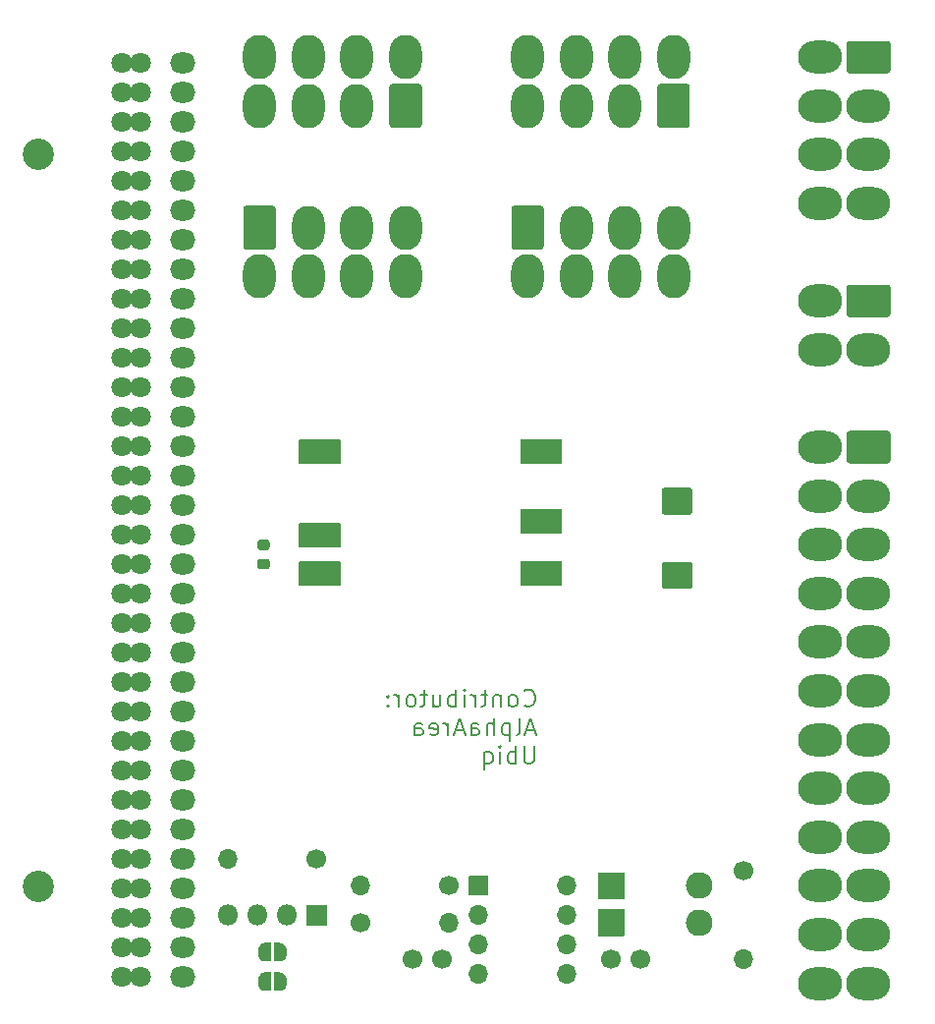
<source format=gbs>
%TF.GenerationSoftware,KiCad,Pcbnew,(5.1.9)-1*%
%TF.CreationDate,2021-05-18T23:24:29+08:00*%
%TF.ProjectId,KCORES CSPS to ATX Converter,4b434f52-4553-4204-9353-505320746f20,1.0*%
%TF.SameCoordinates,Original*%
%TF.FileFunction,Soldermask,Bot*%
%TF.FilePolarity,Negative*%
%FSLAX46Y46*%
G04 Gerber Fmt 4.6, Leading zero omitted, Abs format (unit mm)*
G04 Created by KiCad (PCBNEW (5.1.9)-1) date 2021-05-18 23:24:29*
%MOMM*%
%LPD*%
G01*
G04 APERTURE LIST*
%ADD10C,0.200000*%
%ADD11O,1.800000X1.800000*%
%ADD12O,2.180000X1.800000*%
%ADD13C,1.800000*%
%ADD14C,2.700000*%
%ADD15O,3.800000X2.800000*%
%ADD16O,2.800000X3.800000*%
%ADD17O,1.700000X1.700000*%
%ADD18C,1.700000*%
%ADD19C,0.100000*%
%ADD20O,2.300000X2.300000*%
G04 APERTURE END LIST*
D10*
X142505714Y-135635714D02*
X142577142Y-135707142D01*
X142791428Y-135778571D01*
X142934285Y-135778571D01*
X143148571Y-135707142D01*
X143291428Y-135564285D01*
X143362857Y-135421428D01*
X143434285Y-135135714D01*
X143434285Y-134921428D01*
X143362857Y-134635714D01*
X143291428Y-134492857D01*
X143148571Y-134350000D01*
X142934285Y-134278571D01*
X142791428Y-134278571D01*
X142577142Y-134350000D01*
X142505714Y-134421428D01*
X141648571Y-135778571D02*
X141791428Y-135707142D01*
X141862857Y-135635714D01*
X141934285Y-135492857D01*
X141934285Y-135064285D01*
X141862857Y-134921428D01*
X141791428Y-134850000D01*
X141648571Y-134778571D01*
X141434285Y-134778571D01*
X141291428Y-134850000D01*
X141220000Y-134921428D01*
X141148571Y-135064285D01*
X141148571Y-135492857D01*
X141220000Y-135635714D01*
X141291428Y-135707142D01*
X141434285Y-135778571D01*
X141648571Y-135778571D01*
X140505714Y-134778571D02*
X140505714Y-135778571D01*
X140505714Y-134921428D02*
X140434285Y-134850000D01*
X140291428Y-134778571D01*
X140077142Y-134778571D01*
X139934285Y-134850000D01*
X139862857Y-134992857D01*
X139862857Y-135778571D01*
X139362857Y-134778571D02*
X138791428Y-134778571D01*
X139148571Y-134278571D02*
X139148571Y-135564285D01*
X139077142Y-135707142D01*
X138934285Y-135778571D01*
X138791428Y-135778571D01*
X138291428Y-135778571D02*
X138291428Y-134778571D01*
X138291428Y-135064285D02*
X138220000Y-134921428D01*
X138148571Y-134850000D01*
X138005714Y-134778571D01*
X137862857Y-134778571D01*
X137362857Y-135778571D02*
X137362857Y-134778571D01*
X137362857Y-134278571D02*
X137434285Y-134350000D01*
X137362857Y-134421428D01*
X137291428Y-134350000D01*
X137362857Y-134278571D01*
X137362857Y-134421428D01*
X136648571Y-135778571D02*
X136648571Y-134278571D01*
X136648571Y-134850000D02*
X136505714Y-134778571D01*
X136220000Y-134778571D01*
X136077142Y-134850000D01*
X136005714Y-134921428D01*
X135934285Y-135064285D01*
X135934285Y-135492857D01*
X136005714Y-135635714D01*
X136077142Y-135707142D01*
X136220000Y-135778571D01*
X136505714Y-135778571D01*
X136648571Y-135707142D01*
X134648571Y-134778571D02*
X134648571Y-135778571D01*
X135291428Y-134778571D02*
X135291428Y-135564285D01*
X135220000Y-135707142D01*
X135077142Y-135778571D01*
X134862857Y-135778571D01*
X134720000Y-135707142D01*
X134648571Y-135635714D01*
X134148571Y-134778571D02*
X133577142Y-134778571D01*
X133934285Y-134278571D02*
X133934285Y-135564285D01*
X133862857Y-135707142D01*
X133720000Y-135778571D01*
X133577142Y-135778571D01*
X132862857Y-135778571D02*
X133005714Y-135707142D01*
X133077142Y-135635714D01*
X133148571Y-135492857D01*
X133148571Y-135064285D01*
X133077142Y-134921428D01*
X133005714Y-134850000D01*
X132862857Y-134778571D01*
X132648571Y-134778571D01*
X132505714Y-134850000D01*
X132434285Y-134921428D01*
X132362857Y-135064285D01*
X132362857Y-135492857D01*
X132434285Y-135635714D01*
X132505714Y-135707142D01*
X132648571Y-135778571D01*
X132862857Y-135778571D01*
X131720000Y-135778571D02*
X131720000Y-134778571D01*
X131720000Y-135064285D02*
X131648571Y-134921428D01*
X131577142Y-134850000D01*
X131434285Y-134778571D01*
X131291428Y-134778571D01*
X130791428Y-135635714D02*
X130720000Y-135707142D01*
X130791428Y-135778571D01*
X130862857Y-135707142D01*
X130791428Y-135635714D01*
X130791428Y-135778571D01*
X130791428Y-134850000D02*
X130720000Y-134921428D01*
X130791428Y-134992857D01*
X130862857Y-134921428D01*
X130791428Y-134850000D01*
X130791428Y-134992857D01*
X143434285Y-137800000D02*
X142720000Y-137800000D01*
X143577142Y-138228571D02*
X143077142Y-136728571D01*
X142577142Y-138228571D01*
X141862857Y-138228571D02*
X142005714Y-138157142D01*
X142077142Y-138014285D01*
X142077142Y-136728571D01*
X141291428Y-137228571D02*
X141291428Y-138728571D01*
X141291428Y-137300000D02*
X141148571Y-137228571D01*
X140862857Y-137228571D01*
X140720000Y-137300000D01*
X140648571Y-137371428D01*
X140577142Y-137514285D01*
X140577142Y-137942857D01*
X140648571Y-138085714D01*
X140720000Y-138157142D01*
X140862857Y-138228571D01*
X141148571Y-138228571D01*
X141291428Y-138157142D01*
X139934285Y-138228571D02*
X139934285Y-136728571D01*
X139291428Y-138228571D02*
X139291428Y-137442857D01*
X139362857Y-137300000D01*
X139505714Y-137228571D01*
X139720000Y-137228571D01*
X139862857Y-137300000D01*
X139934285Y-137371428D01*
X137934285Y-138228571D02*
X137934285Y-137442857D01*
X138005714Y-137300000D01*
X138148571Y-137228571D01*
X138434285Y-137228571D01*
X138577142Y-137300000D01*
X137934285Y-138157142D02*
X138077142Y-138228571D01*
X138434285Y-138228571D01*
X138577142Y-138157142D01*
X138648571Y-138014285D01*
X138648571Y-137871428D01*
X138577142Y-137728571D01*
X138434285Y-137657142D01*
X138077142Y-137657142D01*
X137934285Y-137585714D01*
X137291428Y-137800000D02*
X136577142Y-137800000D01*
X137434285Y-138228571D02*
X136934285Y-136728571D01*
X136434285Y-138228571D01*
X135934285Y-138228571D02*
X135934285Y-137228571D01*
X135934285Y-137514285D02*
X135862857Y-137371428D01*
X135791428Y-137300000D01*
X135648571Y-137228571D01*
X135505714Y-137228571D01*
X134434285Y-138157142D02*
X134577142Y-138228571D01*
X134862857Y-138228571D01*
X135005714Y-138157142D01*
X135077142Y-138014285D01*
X135077142Y-137442857D01*
X135005714Y-137300000D01*
X134862857Y-137228571D01*
X134577142Y-137228571D01*
X134434285Y-137300000D01*
X134362857Y-137442857D01*
X134362857Y-137585714D01*
X135077142Y-137728571D01*
X133077142Y-138228571D02*
X133077142Y-137442857D01*
X133148571Y-137300000D01*
X133291428Y-137228571D01*
X133577142Y-137228571D01*
X133720000Y-137300000D01*
X133077142Y-138157142D02*
X133220000Y-138228571D01*
X133577142Y-138228571D01*
X133720000Y-138157142D01*
X133791428Y-138014285D01*
X133791428Y-137871428D01*
X133720000Y-137728571D01*
X133577142Y-137657142D01*
X133220000Y-137657142D01*
X133077142Y-137585714D01*
X143362857Y-139178571D02*
X143362857Y-140392857D01*
X143291428Y-140535714D01*
X143220000Y-140607142D01*
X143077142Y-140678571D01*
X142791428Y-140678571D01*
X142648571Y-140607142D01*
X142577142Y-140535714D01*
X142505714Y-140392857D01*
X142505714Y-139178571D01*
X141791428Y-140678571D02*
X141791428Y-139178571D01*
X141791428Y-139750000D02*
X141648571Y-139678571D01*
X141362857Y-139678571D01*
X141220000Y-139750000D01*
X141148571Y-139821428D01*
X141077142Y-139964285D01*
X141077142Y-140392857D01*
X141148571Y-140535714D01*
X141220000Y-140607142D01*
X141362857Y-140678571D01*
X141648571Y-140678571D01*
X141791428Y-140607142D01*
X140434285Y-140678571D02*
X140434285Y-139678571D01*
X140434285Y-139178571D02*
X140505714Y-139250000D01*
X140434285Y-139321428D01*
X140362857Y-139250000D01*
X140434285Y-139178571D01*
X140434285Y-139321428D01*
X139077142Y-139678571D02*
X139077142Y-141178571D01*
X139077142Y-140607142D02*
X139220000Y-140678571D01*
X139505714Y-140678571D01*
X139648571Y-140607142D01*
X139720000Y-140535714D01*
X139791428Y-140392857D01*
X139791428Y-139964285D01*
X139720000Y-139821428D01*
X139648571Y-139750000D01*
X139505714Y-139678571D01*
X139220000Y-139678571D01*
X139077142Y-139750000D01*
%TO.C,U2*%
G36*
G01*
X126630000Y-114850000D02*
X123130000Y-114850000D01*
G75*
G02*
X123080000Y-114800000I0J50000D01*
G01*
X123080000Y-112800000D01*
G75*
G02*
X123130000Y-112750000I50000J0D01*
G01*
X126630000Y-112750000D01*
G75*
G02*
X126680000Y-112800000I0J-50000D01*
G01*
X126680000Y-114800000D01*
G75*
G02*
X126630000Y-114850000I-50000J0D01*
G01*
G37*
G36*
G01*
X126630000Y-122050000D02*
X123130000Y-122050000D01*
G75*
G02*
X123080000Y-122000000I0J50000D01*
G01*
X123080000Y-120000000D01*
G75*
G02*
X123130000Y-119950000I50000J0D01*
G01*
X126630000Y-119950000D01*
G75*
G02*
X126680000Y-120000000I0J-50000D01*
G01*
X126680000Y-122000000D01*
G75*
G02*
X126630000Y-122050000I-50000J0D01*
G01*
G37*
G36*
G01*
X126630000Y-125350000D02*
X123130000Y-125350000D01*
G75*
G02*
X123080000Y-125300000I0J50000D01*
G01*
X123080000Y-123300000D01*
G75*
G02*
X123130000Y-123250000I50000J0D01*
G01*
X126630000Y-123250000D01*
G75*
G02*
X126680000Y-123300000I0J-50000D01*
G01*
X126680000Y-125300000D01*
G75*
G02*
X126630000Y-125350000I-50000J0D01*
G01*
G37*
G36*
G01*
X145720000Y-125330000D02*
X142220000Y-125330000D01*
G75*
G02*
X142170000Y-125280000I0J50000D01*
G01*
X142170000Y-123280000D01*
G75*
G02*
X142220000Y-123230000I50000J0D01*
G01*
X145720000Y-123230000D01*
G75*
G02*
X145770000Y-123280000I0J-50000D01*
G01*
X145770000Y-125280000D01*
G75*
G02*
X145720000Y-125330000I-50000J0D01*
G01*
G37*
G36*
G01*
X145720000Y-120830000D02*
X142220000Y-120830000D01*
G75*
G02*
X142170000Y-120780000I0J50000D01*
G01*
X142170000Y-118780000D01*
G75*
G02*
X142220000Y-118730000I50000J0D01*
G01*
X145720000Y-118730000D01*
G75*
G02*
X145770000Y-118780000I0J-50000D01*
G01*
X145770000Y-120780000D01*
G75*
G02*
X145720000Y-120830000I-50000J0D01*
G01*
G37*
G36*
G01*
X145720000Y-114830000D02*
X142220000Y-114830000D01*
G75*
G02*
X142170000Y-114780000I0J50000D01*
G01*
X142170000Y-112780000D01*
G75*
G02*
X142220000Y-112730000I50000J0D01*
G01*
X145720000Y-112730000D01*
G75*
G02*
X145770000Y-112780000I0J-50000D01*
G01*
X145770000Y-114780000D01*
G75*
G02*
X145720000Y-114830000I-50000J0D01*
G01*
G37*
%TD*%
%TO.C,R6*%
G36*
G01*
X120350000Y-122275000D02*
X119750000Y-122275000D01*
G75*
G02*
X119525000Y-122050000I0J225000D01*
G01*
X119525000Y-121600000D01*
G75*
G02*
X119750000Y-121375000I225000J0D01*
G01*
X120350000Y-121375000D01*
G75*
G02*
X120575000Y-121600000I0J-225000D01*
G01*
X120575000Y-122050000D01*
G75*
G02*
X120350000Y-122275000I-225000J0D01*
G01*
G37*
G36*
G01*
X120350000Y-123925000D02*
X119750000Y-123925000D01*
G75*
G02*
X119525000Y-123700000I0J225000D01*
G01*
X119525000Y-123250000D01*
G75*
G02*
X119750000Y-123025000I225000J0D01*
G01*
X120350000Y-123025000D01*
G75*
G02*
X120575000Y-123250000I0J-225000D01*
G01*
X120575000Y-123700000D01*
G75*
G02*
X120350000Y-123925000I-225000J0D01*
G01*
G37*
%TD*%
%TO.C,C2*%
G36*
G01*
X156763890Y-119225000D02*
X154636110Y-119225000D01*
G75*
G02*
X154375000Y-118963890I0J261110D01*
G01*
X154375000Y-117136110D01*
G75*
G02*
X154636110Y-116875000I261110J0D01*
G01*
X156763890Y-116875000D01*
G75*
G02*
X157025000Y-117136110I0J-261110D01*
G01*
X157025000Y-118963890D01*
G75*
G02*
X156763890Y-119225000I-261110J0D01*
G01*
G37*
G36*
G01*
X156763890Y-125625000D02*
X154636110Y-125625000D01*
G75*
G02*
X154375000Y-125363890I0J261110D01*
G01*
X154375000Y-123536110D01*
G75*
G02*
X154636110Y-123275000I261110J0D01*
G01*
X156763890Y-123275000D01*
G75*
G02*
X157025000Y-123536110I0J-261110D01*
G01*
X157025000Y-125363890D01*
G75*
G02*
X156763890Y-125625000I-261110J0D01*
G01*
G37*
%TD*%
D11*
%TO.C,J2*%
X117010000Y-153740000D03*
X119550000Y-153740000D03*
X122090000Y-153740000D03*
G36*
G01*
X123780000Y-152840000D02*
X125480000Y-152840000D01*
G75*
G02*
X125530000Y-152890000I0J-50000D01*
G01*
X125530000Y-154590000D01*
G75*
G02*
X125480000Y-154640000I-50000J0D01*
G01*
X123780000Y-154640000D01*
G75*
G02*
X123730000Y-154590000I0J50000D01*
G01*
X123730000Y-152890000D01*
G75*
G02*
X123780000Y-152840000I50000J0D01*
G01*
G37*
%TD*%
D12*
%TO.C,J1*%
X113070000Y-80330000D03*
X113070000Y-82870000D03*
X113070000Y-85410000D03*
X113070000Y-87950000D03*
X113070000Y-90490000D03*
X113070000Y-93030000D03*
X113070000Y-95570000D03*
X113070000Y-98110000D03*
X113070000Y-100650000D03*
X113070000Y-103190000D03*
X113070000Y-105730000D03*
X113070000Y-108270000D03*
X113070000Y-110810000D03*
X113070000Y-113350000D03*
X113070000Y-115890000D03*
X113070000Y-118430000D03*
X113070000Y-120970000D03*
X113070000Y-123510000D03*
X113070000Y-126050000D03*
X113070000Y-128590000D03*
X113070000Y-131130000D03*
X113070000Y-133670000D03*
X113070000Y-136210000D03*
X113070000Y-138750000D03*
X113070000Y-141290000D03*
X113070000Y-143830000D03*
X113070000Y-146370000D03*
X113070000Y-148910000D03*
X113070000Y-151450000D03*
X113070000Y-153990000D03*
X113070000Y-156530000D03*
X113070000Y-159070000D03*
D13*
X107800000Y-159070000D03*
X107800000Y-156530000D03*
X107800000Y-153990000D03*
X107800000Y-151450000D03*
X107800000Y-148910000D03*
X107800000Y-146370000D03*
X107800000Y-143830000D03*
X107800000Y-141290000D03*
X107800000Y-138750000D03*
X107800000Y-136210000D03*
X107800000Y-133670000D03*
X107800000Y-131130000D03*
X107800000Y-128590000D03*
X107800000Y-126050000D03*
X107800000Y-123510000D03*
X107800000Y-120970000D03*
X107800000Y-118430000D03*
X107800000Y-115890000D03*
X107800000Y-113350000D03*
X107800000Y-110810000D03*
X107800000Y-108270000D03*
X107800000Y-105730000D03*
X107800000Y-103190000D03*
X107800000Y-100650000D03*
X107800000Y-98110000D03*
X107800000Y-95570000D03*
X107800000Y-93030000D03*
X107800000Y-90490000D03*
X107800000Y-87950000D03*
X107800000Y-85410000D03*
X107800000Y-82870000D03*
X109450000Y-159070000D03*
X109450000Y-156530000D03*
X109450000Y-153990000D03*
X109450000Y-151450000D03*
X109450000Y-148910000D03*
X109450000Y-146370000D03*
X109450000Y-143830000D03*
X109450000Y-141290000D03*
X109450000Y-138750000D03*
X109450000Y-136210000D03*
X109450000Y-133670000D03*
X109450000Y-131130000D03*
X109450000Y-128590000D03*
X109450000Y-126050000D03*
X109450000Y-123510000D03*
X109450000Y-120970000D03*
X109450000Y-118430000D03*
X109450000Y-115890000D03*
X109450000Y-113350000D03*
X109450000Y-110810000D03*
X109450000Y-108270000D03*
X109450000Y-105730000D03*
X109450000Y-103190000D03*
X109450000Y-100650000D03*
X109450000Y-98110000D03*
X109450000Y-95570000D03*
X109450000Y-93030000D03*
X109450000Y-90490000D03*
X109450000Y-87950000D03*
X109450000Y-85410000D03*
X109450000Y-82870000D03*
D14*
X100600000Y-151220000D03*
X100600000Y-88180000D03*
D13*
X107800000Y-80330000D03*
X109450000Y-80330000D03*
%TD*%
D15*
%TO.C,J7*%
X168000000Y-92400000D03*
X168000000Y-88200000D03*
X168000000Y-84000000D03*
X168000000Y-79800000D03*
X172200000Y-92400000D03*
X172200000Y-88200000D03*
G36*
G01*
X170560400Y-78400000D02*
X173839600Y-78400000D01*
G75*
G02*
X174100000Y-78660400I0J-260400D01*
G01*
X174100000Y-80939600D01*
G75*
G02*
X173839600Y-81200000I-260400J0D01*
G01*
X170560400Y-81200000D01*
G75*
G02*
X170300000Y-80939600I0J260400D01*
G01*
X170300000Y-78660400D01*
G75*
G02*
X170560400Y-78400000I260400J0D01*
G01*
G37*
X172200000Y-84000000D03*
%TD*%
D16*
%TO.C,J6*%
X155400000Y-98700000D03*
X151200000Y-98700000D03*
X147000000Y-98700000D03*
X142800000Y-98700000D03*
X155400000Y-94500000D03*
X151200000Y-94500000D03*
G36*
G01*
X141400000Y-96139600D02*
X141400000Y-92860400D01*
G75*
G02*
X141660400Y-92600000I260400J0D01*
G01*
X143939600Y-92600000D01*
G75*
G02*
X144200000Y-92860400I0J-260400D01*
G01*
X144200000Y-96139600D01*
G75*
G02*
X143939600Y-96400000I-260400J0D01*
G01*
X141660400Y-96400000D01*
G75*
G02*
X141400000Y-96139600I0J260400D01*
G01*
G37*
X147000000Y-94500000D03*
%TD*%
%TO.C,J5*%
X142800000Y-79800000D03*
X147000000Y-79800000D03*
X151200000Y-79800000D03*
X155400000Y-79800000D03*
X142800000Y-84000000D03*
X147000000Y-84000000D03*
G36*
G01*
X156800000Y-82360400D02*
X156800000Y-85639600D01*
G75*
G02*
X156539600Y-85900000I-260400J0D01*
G01*
X154260400Y-85900000D01*
G75*
G02*
X154000000Y-85639600I0J260400D01*
G01*
X154000000Y-82360400D01*
G75*
G02*
X154260400Y-82100000I260400J0D01*
G01*
X156539600Y-82100000D01*
G75*
G02*
X156800000Y-82360400I0J-260400D01*
G01*
G37*
X151200000Y-84000000D03*
%TD*%
%TO.C,J4*%
X132300000Y-98700000D03*
X128100000Y-98700000D03*
X123900000Y-98700000D03*
X119700000Y-98700000D03*
X132300000Y-94500000D03*
X128100000Y-94500000D03*
G36*
G01*
X118300000Y-96139600D02*
X118300000Y-92860400D01*
G75*
G02*
X118560400Y-92600000I260400J0D01*
G01*
X120839600Y-92600000D01*
G75*
G02*
X121100000Y-92860400I0J-260400D01*
G01*
X121100000Y-96139600D01*
G75*
G02*
X120839600Y-96400000I-260400J0D01*
G01*
X118560400Y-96400000D01*
G75*
G02*
X118300000Y-96139600I0J260400D01*
G01*
G37*
X123900000Y-94500000D03*
%TD*%
%TO.C,J3*%
X119700000Y-79800000D03*
X123900000Y-79800000D03*
X128100000Y-79800000D03*
X132300000Y-79800000D03*
X119700000Y-84000000D03*
X123900000Y-84000000D03*
G36*
G01*
X133700000Y-82360400D02*
X133700000Y-85639600D01*
G75*
G02*
X133439600Y-85900000I-260400J0D01*
G01*
X131160400Y-85900000D01*
G75*
G02*
X130900000Y-85639600I0J260400D01*
G01*
X130900000Y-82360400D01*
G75*
G02*
X131160400Y-82100000I260400J0D01*
G01*
X133439600Y-82100000D01*
G75*
G02*
X133700000Y-82360400I0J-260400D01*
G01*
G37*
X128100000Y-84000000D03*
%TD*%
D15*
%TO.C,J9*%
X168000000Y-159600000D03*
X168000000Y-155400000D03*
X168000000Y-151200000D03*
X168000000Y-147000000D03*
X168000000Y-142800000D03*
X168000000Y-138600000D03*
X168000000Y-134400000D03*
X168000000Y-130200000D03*
X168000000Y-126000000D03*
X168000000Y-121800000D03*
X168000000Y-117600000D03*
X168000000Y-113400000D03*
X172200000Y-159600000D03*
X172200000Y-155400000D03*
X172200000Y-151200000D03*
X172200000Y-147000000D03*
X172200000Y-142800000D03*
X172200000Y-138600000D03*
X172200000Y-134400000D03*
X172200000Y-130200000D03*
X172200000Y-126000000D03*
X172200000Y-121800000D03*
G36*
G01*
X170560400Y-112000000D02*
X173839600Y-112000000D01*
G75*
G02*
X174100000Y-112260400I0J-260400D01*
G01*
X174100000Y-114539600D01*
G75*
G02*
X173839600Y-114800000I-260400J0D01*
G01*
X170560400Y-114800000D01*
G75*
G02*
X170300000Y-114539600I0J260400D01*
G01*
X170300000Y-112260400D01*
G75*
G02*
X170560400Y-112000000I260400J0D01*
G01*
G37*
X172200000Y-117600000D03*
%TD*%
%TO.C,J8*%
G36*
G01*
X170560400Y-99400000D02*
X173839600Y-99400000D01*
G75*
G02*
X174100000Y-99660400I0J-260400D01*
G01*
X174100000Y-101939600D01*
G75*
G02*
X173839600Y-102200000I-260400J0D01*
G01*
X170560400Y-102200000D01*
G75*
G02*
X170300000Y-101939600I0J260400D01*
G01*
X170300000Y-99660400D01*
G75*
G02*
X170560400Y-99400000I260400J0D01*
G01*
G37*
X172200000Y-105000000D03*
X168000000Y-100800000D03*
X168000000Y-105000000D03*
%TD*%
D17*
%TO.C,R4*%
X161460000Y-157550000D03*
D18*
X161460000Y-149930000D03*
%TD*%
D17*
%TO.C,U4*%
X146220000Y-151200000D03*
X138600000Y-158820000D03*
X146220000Y-153740000D03*
X138600000Y-156280000D03*
X146220000Y-156280000D03*
X138600000Y-153740000D03*
X146220000Y-158820000D03*
G36*
G01*
X137750000Y-152000000D02*
X137750000Y-150400000D01*
G75*
G02*
X137800000Y-150350000I50000J0D01*
G01*
X139400000Y-150350000D01*
G75*
G02*
X139450000Y-150400000I0J-50000D01*
G01*
X139450000Y-152000000D01*
G75*
G02*
X139400000Y-152050000I-50000J0D01*
G01*
X137800000Y-152050000D01*
G75*
G02*
X137750000Y-152000000I0J50000D01*
G01*
G37*
%TD*%
%TO.C,R3*%
X136060000Y-154375000D03*
D18*
X128440000Y-154375000D03*
%TD*%
D17*
%TO.C,R2*%
X128440000Y-151200000D03*
D18*
X136060000Y-151200000D03*
%TD*%
D17*
%TO.C,R1*%
X117010000Y-148910000D03*
D18*
X124630000Y-148910000D03*
%TD*%
D19*
%TO.C,JP2*%
G36*
X121476111Y-158655602D02*
G01*
X121494534Y-158655602D01*
X121499435Y-158655843D01*
X121548266Y-158660653D01*
X121553119Y-158661373D01*
X121601244Y-158670945D01*
X121606005Y-158672137D01*
X121652960Y-158686381D01*
X121657579Y-158688034D01*
X121702912Y-158706811D01*
X121707349Y-158708909D01*
X121750622Y-158732040D01*
X121754829Y-158734562D01*
X121795628Y-158761822D01*
X121799570Y-158764746D01*
X121837499Y-158795874D01*
X121841134Y-158799169D01*
X121875831Y-158833866D01*
X121879126Y-158837501D01*
X121910254Y-158875430D01*
X121913178Y-158879372D01*
X121940438Y-158920171D01*
X121942960Y-158924378D01*
X121966091Y-158967651D01*
X121968189Y-158972088D01*
X121986966Y-159017421D01*
X121988619Y-159022040D01*
X122002863Y-159068995D01*
X122004055Y-159073756D01*
X122013627Y-159121881D01*
X122014347Y-159126734D01*
X122019157Y-159175565D01*
X122019398Y-159180466D01*
X122019398Y-159198889D01*
X122020000Y-159205000D01*
X122020000Y-159705000D01*
X122019398Y-159711111D01*
X122019398Y-159729534D01*
X122019157Y-159734435D01*
X122014347Y-159783266D01*
X122013627Y-159788119D01*
X122004055Y-159836244D01*
X122002863Y-159841005D01*
X121988619Y-159887960D01*
X121986966Y-159892579D01*
X121968189Y-159937912D01*
X121966091Y-159942349D01*
X121942960Y-159985622D01*
X121940438Y-159989829D01*
X121913178Y-160030628D01*
X121910254Y-160034570D01*
X121879126Y-160072499D01*
X121875831Y-160076134D01*
X121841134Y-160110831D01*
X121837499Y-160114126D01*
X121799570Y-160145254D01*
X121795628Y-160148178D01*
X121754829Y-160175438D01*
X121750622Y-160177960D01*
X121707349Y-160201091D01*
X121702912Y-160203189D01*
X121657579Y-160221966D01*
X121652960Y-160223619D01*
X121606005Y-160237863D01*
X121601244Y-160239055D01*
X121553119Y-160248627D01*
X121548266Y-160249347D01*
X121499435Y-160254157D01*
X121494534Y-160254398D01*
X121476111Y-160254398D01*
X121470000Y-160255000D01*
X120970000Y-160255000D01*
X120960245Y-160254039D01*
X120950866Y-160251194D01*
X120942221Y-160246573D01*
X120934645Y-160240355D01*
X120928427Y-160232779D01*
X120923806Y-160224134D01*
X120920961Y-160214755D01*
X120920000Y-160205000D01*
X120920000Y-158705000D01*
X120920961Y-158695245D01*
X120923806Y-158685866D01*
X120928427Y-158677221D01*
X120934645Y-158669645D01*
X120942221Y-158663427D01*
X120950866Y-158658806D01*
X120960245Y-158655961D01*
X120970000Y-158655000D01*
X121470000Y-158655000D01*
X121476111Y-158655602D01*
G37*
G36*
X120679755Y-158655961D02*
G01*
X120689134Y-158658806D01*
X120697779Y-158663427D01*
X120705355Y-158669645D01*
X120711573Y-158677221D01*
X120716194Y-158685866D01*
X120719039Y-158695245D01*
X120720000Y-158705000D01*
X120720000Y-160205000D01*
X120719039Y-160214755D01*
X120716194Y-160224134D01*
X120711573Y-160232779D01*
X120705355Y-160240355D01*
X120697779Y-160246573D01*
X120689134Y-160251194D01*
X120679755Y-160254039D01*
X120670000Y-160255000D01*
X120170000Y-160255000D01*
X120163889Y-160254398D01*
X120145466Y-160254398D01*
X120140565Y-160254157D01*
X120091734Y-160249347D01*
X120086881Y-160248627D01*
X120038756Y-160239055D01*
X120033995Y-160237863D01*
X119987040Y-160223619D01*
X119982421Y-160221966D01*
X119937088Y-160203189D01*
X119932651Y-160201091D01*
X119889378Y-160177960D01*
X119885171Y-160175438D01*
X119844372Y-160148178D01*
X119840430Y-160145254D01*
X119802501Y-160114126D01*
X119798866Y-160110831D01*
X119764169Y-160076134D01*
X119760874Y-160072499D01*
X119729746Y-160034570D01*
X119726822Y-160030628D01*
X119699562Y-159989829D01*
X119697040Y-159985622D01*
X119673909Y-159942349D01*
X119671811Y-159937912D01*
X119653034Y-159892579D01*
X119651381Y-159887960D01*
X119637137Y-159841005D01*
X119635945Y-159836244D01*
X119626373Y-159788119D01*
X119625653Y-159783266D01*
X119620843Y-159734435D01*
X119620602Y-159729534D01*
X119620602Y-159711111D01*
X119620000Y-159705000D01*
X119620000Y-159205000D01*
X119620602Y-159198889D01*
X119620602Y-159180466D01*
X119620843Y-159175565D01*
X119625653Y-159126734D01*
X119626373Y-159121881D01*
X119635945Y-159073756D01*
X119637137Y-159068995D01*
X119651381Y-159022040D01*
X119653034Y-159017421D01*
X119671811Y-158972088D01*
X119673909Y-158967651D01*
X119697040Y-158924378D01*
X119699562Y-158920171D01*
X119726822Y-158879372D01*
X119729746Y-158875430D01*
X119760874Y-158837501D01*
X119764169Y-158833866D01*
X119798866Y-158799169D01*
X119802501Y-158795874D01*
X119840430Y-158764746D01*
X119844372Y-158761822D01*
X119885171Y-158734562D01*
X119889378Y-158732040D01*
X119932651Y-158708909D01*
X119937088Y-158706811D01*
X119982421Y-158688034D01*
X119987040Y-158686381D01*
X120033995Y-158672137D01*
X120038756Y-158670945D01*
X120086881Y-158661373D01*
X120091734Y-158660653D01*
X120140565Y-158655843D01*
X120145466Y-158655602D01*
X120163889Y-158655602D01*
X120170000Y-158655000D01*
X120670000Y-158655000D01*
X120679755Y-158655961D01*
G37*
%TD*%
%TO.C,JP1*%
G36*
X120679755Y-156115961D02*
G01*
X120689134Y-156118806D01*
X120697779Y-156123427D01*
X120705355Y-156129645D01*
X120711573Y-156137221D01*
X120716194Y-156145866D01*
X120719039Y-156155245D01*
X120720000Y-156165000D01*
X120720000Y-157665000D01*
X120719039Y-157674755D01*
X120716194Y-157684134D01*
X120711573Y-157692779D01*
X120705355Y-157700355D01*
X120697779Y-157706573D01*
X120689134Y-157711194D01*
X120679755Y-157714039D01*
X120670000Y-157715000D01*
X120170000Y-157715000D01*
X120163889Y-157714398D01*
X120145466Y-157714398D01*
X120140565Y-157714157D01*
X120091734Y-157709347D01*
X120086881Y-157708627D01*
X120038756Y-157699055D01*
X120033995Y-157697863D01*
X119987040Y-157683619D01*
X119982421Y-157681966D01*
X119937088Y-157663189D01*
X119932651Y-157661091D01*
X119889378Y-157637960D01*
X119885171Y-157635438D01*
X119844372Y-157608178D01*
X119840430Y-157605254D01*
X119802501Y-157574126D01*
X119798866Y-157570831D01*
X119764169Y-157536134D01*
X119760874Y-157532499D01*
X119729746Y-157494570D01*
X119726822Y-157490628D01*
X119699562Y-157449829D01*
X119697040Y-157445622D01*
X119673909Y-157402349D01*
X119671811Y-157397912D01*
X119653034Y-157352579D01*
X119651381Y-157347960D01*
X119637137Y-157301005D01*
X119635945Y-157296244D01*
X119626373Y-157248119D01*
X119625653Y-157243266D01*
X119620843Y-157194435D01*
X119620602Y-157189534D01*
X119620602Y-157171111D01*
X119620000Y-157165000D01*
X119620000Y-156665000D01*
X119620602Y-156658889D01*
X119620602Y-156640466D01*
X119620843Y-156635565D01*
X119625653Y-156586734D01*
X119626373Y-156581881D01*
X119635945Y-156533756D01*
X119637137Y-156528995D01*
X119651381Y-156482040D01*
X119653034Y-156477421D01*
X119671811Y-156432088D01*
X119673909Y-156427651D01*
X119697040Y-156384378D01*
X119699562Y-156380171D01*
X119726822Y-156339372D01*
X119729746Y-156335430D01*
X119760874Y-156297501D01*
X119764169Y-156293866D01*
X119798866Y-156259169D01*
X119802501Y-156255874D01*
X119840430Y-156224746D01*
X119844372Y-156221822D01*
X119885171Y-156194562D01*
X119889378Y-156192040D01*
X119932651Y-156168909D01*
X119937088Y-156166811D01*
X119982421Y-156148034D01*
X119987040Y-156146381D01*
X120033995Y-156132137D01*
X120038756Y-156130945D01*
X120086881Y-156121373D01*
X120091734Y-156120653D01*
X120140565Y-156115843D01*
X120145466Y-156115602D01*
X120163889Y-156115602D01*
X120170000Y-156115000D01*
X120670000Y-156115000D01*
X120679755Y-156115961D01*
G37*
G36*
X121476111Y-156115602D02*
G01*
X121494534Y-156115602D01*
X121499435Y-156115843D01*
X121548266Y-156120653D01*
X121553119Y-156121373D01*
X121601244Y-156130945D01*
X121606005Y-156132137D01*
X121652960Y-156146381D01*
X121657579Y-156148034D01*
X121702912Y-156166811D01*
X121707349Y-156168909D01*
X121750622Y-156192040D01*
X121754829Y-156194562D01*
X121795628Y-156221822D01*
X121799570Y-156224746D01*
X121837499Y-156255874D01*
X121841134Y-156259169D01*
X121875831Y-156293866D01*
X121879126Y-156297501D01*
X121910254Y-156335430D01*
X121913178Y-156339372D01*
X121940438Y-156380171D01*
X121942960Y-156384378D01*
X121966091Y-156427651D01*
X121968189Y-156432088D01*
X121986966Y-156477421D01*
X121988619Y-156482040D01*
X122002863Y-156528995D01*
X122004055Y-156533756D01*
X122013627Y-156581881D01*
X122014347Y-156586734D01*
X122019157Y-156635565D01*
X122019398Y-156640466D01*
X122019398Y-156658889D01*
X122020000Y-156665000D01*
X122020000Y-157165000D01*
X122019398Y-157171111D01*
X122019398Y-157189534D01*
X122019157Y-157194435D01*
X122014347Y-157243266D01*
X122013627Y-157248119D01*
X122004055Y-157296244D01*
X122002863Y-157301005D01*
X121988619Y-157347960D01*
X121986966Y-157352579D01*
X121968189Y-157397912D01*
X121966091Y-157402349D01*
X121942960Y-157445622D01*
X121940438Y-157449829D01*
X121913178Y-157490628D01*
X121910254Y-157494570D01*
X121879126Y-157532499D01*
X121875831Y-157536134D01*
X121841134Y-157570831D01*
X121837499Y-157574126D01*
X121799570Y-157605254D01*
X121795628Y-157608178D01*
X121754829Y-157635438D01*
X121750622Y-157637960D01*
X121707349Y-157661091D01*
X121702912Y-157663189D01*
X121657579Y-157681966D01*
X121652960Y-157683619D01*
X121606005Y-157697863D01*
X121601244Y-157699055D01*
X121553119Y-157708627D01*
X121548266Y-157709347D01*
X121499435Y-157714157D01*
X121494534Y-157714398D01*
X121476111Y-157714398D01*
X121470000Y-157715000D01*
X120970000Y-157715000D01*
X120960245Y-157714039D01*
X120950866Y-157711194D01*
X120942221Y-157706573D01*
X120934645Y-157700355D01*
X120928427Y-157692779D01*
X120923806Y-157684134D01*
X120920961Y-157674755D01*
X120920000Y-157665000D01*
X120920000Y-156165000D01*
X120920961Y-156155245D01*
X120923806Y-156145866D01*
X120928427Y-156137221D01*
X120934645Y-156129645D01*
X120942221Y-156123427D01*
X120950866Y-156118806D01*
X120960245Y-156115961D01*
X120970000Y-156115000D01*
X121470000Y-156115000D01*
X121476111Y-156115602D01*
G37*
%TD*%
D20*
%TO.C,D2*%
X157650000Y-154375000D03*
G36*
G01*
X148880000Y-155475000D02*
X148880000Y-153275000D01*
G75*
G02*
X148930000Y-153225000I50000J0D01*
G01*
X151130000Y-153225000D01*
G75*
G02*
X151180000Y-153275000I0J-50000D01*
G01*
X151180000Y-155475000D01*
G75*
G02*
X151130000Y-155525000I-50000J0D01*
G01*
X148930000Y-155525000D01*
G75*
G02*
X148880000Y-155475000I0J50000D01*
G01*
G37*
%TD*%
%TO.C,D1*%
X157650000Y-151200000D03*
G36*
G01*
X148880000Y-152300000D02*
X148880000Y-150100000D01*
G75*
G02*
X148930000Y-150050000I50000J0D01*
G01*
X151130000Y-150050000D01*
G75*
G02*
X151180000Y-150100000I0J-50000D01*
G01*
X151180000Y-152300000D01*
G75*
G02*
X151130000Y-152350000I-50000J0D01*
G01*
X148930000Y-152350000D01*
G75*
G02*
X148880000Y-152300000I0J50000D01*
G01*
G37*
%TD*%
D18*
%TO.C,C5*%
X152530000Y-157550000D03*
X150030000Y-157550000D03*
%TD*%
%TO.C,C4*%
X135425000Y-157550000D03*
X132925000Y-157550000D03*
%TD*%
M02*

</source>
